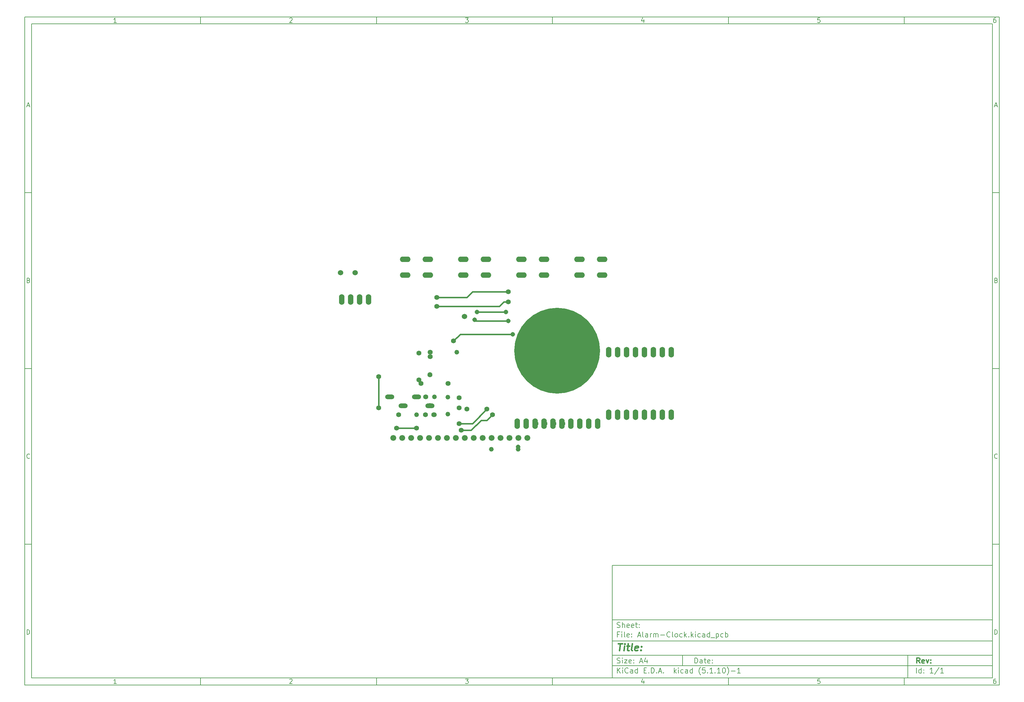
<source format=gbr>
%TF.GenerationSoftware,KiCad,Pcbnew,(5.1.10)-1*%
%TF.CreationDate,2021-11-24T23:11:51+01:00*%
%TF.ProjectId,Alarm-Clock,416c6172-6d2d-4436-9c6f-636b2e6b6963,rev?*%
%TF.SameCoordinates,Original*%
%TF.FileFunction,Copper,L2,Bot*%
%TF.FilePolarity,Positive*%
%FSLAX46Y46*%
G04 Gerber Fmt 4.6, Leading zero omitted, Abs format (unit mm)*
G04 Created by KiCad (PCBNEW (5.1.10)-1) date 2021-11-24 23:11:51*
%MOMM*%
%LPD*%
G01*
G04 APERTURE LIST*
%ADD10C,0.100000*%
%ADD11C,0.150000*%
%ADD12C,0.300000*%
%ADD13C,0.400000*%
%TA.AperFunction,NonConductor*%
%ADD14C,0.406400*%
%TD*%
%TA.AperFunction,ComponentPad*%
%ADD15C,1.676400*%
%TD*%
%TA.AperFunction,ComponentPad*%
%ADD16C,1.320800*%
%TD*%
%TA.AperFunction,ComponentPad*%
%ADD17O,2.641600X1.320800*%
%TD*%
%TA.AperFunction,ComponentPad*%
%ADD18O,1.524000X3.048000*%
%TD*%
%TA.AperFunction,ComponentPad*%
%ADD19O,3.048000X1.524000*%
%TD*%
%TA.AperFunction,ComponentPad*%
%ADD20C,1.524000*%
%TD*%
%TA.AperFunction,ViaPad*%
%ADD21C,24.400000*%
%TD*%
%TA.AperFunction,ViaPad*%
%ADD22C,1.400000*%
%TD*%
%TA.AperFunction,ViaPad*%
%ADD23C,1.406400*%
%TD*%
%TA.AperFunction,ViaPad*%
%ADD24C,1.306400*%
%TD*%
%TA.AperFunction,Conductor*%
%ADD25C,0.400000*%
%TD*%
G04 APERTURE END LIST*
D10*
D11*
X177002200Y-166007200D02*
X177002200Y-198007200D01*
X285002200Y-198007200D01*
X285002200Y-166007200D01*
X177002200Y-166007200D01*
D10*
D11*
X10000000Y-10000000D02*
X10000000Y-200007200D01*
X287002200Y-200007200D01*
X287002200Y-10000000D01*
X10000000Y-10000000D01*
D10*
D11*
X12000000Y-12000000D02*
X12000000Y-198007200D01*
X285002200Y-198007200D01*
X285002200Y-12000000D01*
X12000000Y-12000000D01*
D10*
D11*
X60000000Y-12000000D02*
X60000000Y-10000000D01*
D10*
D11*
X110000000Y-12000000D02*
X110000000Y-10000000D01*
D10*
D11*
X160000000Y-12000000D02*
X160000000Y-10000000D01*
D10*
D11*
X210000000Y-12000000D02*
X210000000Y-10000000D01*
D10*
D11*
X260000000Y-12000000D02*
X260000000Y-10000000D01*
D10*
D11*
X36065476Y-11588095D02*
X35322619Y-11588095D01*
X35694047Y-11588095D02*
X35694047Y-10288095D01*
X35570238Y-10473809D01*
X35446428Y-10597619D01*
X35322619Y-10659523D01*
D10*
D11*
X85322619Y-10411904D02*
X85384523Y-10350000D01*
X85508333Y-10288095D01*
X85817857Y-10288095D01*
X85941666Y-10350000D01*
X86003571Y-10411904D01*
X86065476Y-10535714D01*
X86065476Y-10659523D01*
X86003571Y-10845238D01*
X85260714Y-11588095D01*
X86065476Y-11588095D01*
D10*
D11*
X135260714Y-10288095D02*
X136065476Y-10288095D01*
X135632142Y-10783333D01*
X135817857Y-10783333D01*
X135941666Y-10845238D01*
X136003571Y-10907142D01*
X136065476Y-11030952D01*
X136065476Y-11340476D01*
X136003571Y-11464285D01*
X135941666Y-11526190D01*
X135817857Y-11588095D01*
X135446428Y-11588095D01*
X135322619Y-11526190D01*
X135260714Y-11464285D01*
D10*
D11*
X185941666Y-10721428D02*
X185941666Y-11588095D01*
X185632142Y-10226190D02*
X185322619Y-11154761D01*
X186127380Y-11154761D01*
D10*
D11*
X236003571Y-10288095D02*
X235384523Y-10288095D01*
X235322619Y-10907142D01*
X235384523Y-10845238D01*
X235508333Y-10783333D01*
X235817857Y-10783333D01*
X235941666Y-10845238D01*
X236003571Y-10907142D01*
X236065476Y-11030952D01*
X236065476Y-11340476D01*
X236003571Y-11464285D01*
X235941666Y-11526190D01*
X235817857Y-11588095D01*
X235508333Y-11588095D01*
X235384523Y-11526190D01*
X235322619Y-11464285D01*
D10*
D11*
X285941666Y-10288095D02*
X285694047Y-10288095D01*
X285570238Y-10350000D01*
X285508333Y-10411904D01*
X285384523Y-10597619D01*
X285322619Y-10845238D01*
X285322619Y-11340476D01*
X285384523Y-11464285D01*
X285446428Y-11526190D01*
X285570238Y-11588095D01*
X285817857Y-11588095D01*
X285941666Y-11526190D01*
X286003571Y-11464285D01*
X286065476Y-11340476D01*
X286065476Y-11030952D01*
X286003571Y-10907142D01*
X285941666Y-10845238D01*
X285817857Y-10783333D01*
X285570238Y-10783333D01*
X285446428Y-10845238D01*
X285384523Y-10907142D01*
X285322619Y-11030952D01*
D10*
D11*
X60000000Y-198007200D02*
X60000000Y-200007200D01*
D10*
D11*
X110000000Y-198007200D02*
X110000000Y-200007200D01*
D10*
D11*
X160000000Y-198007200D02*
X160000000Y-200007200D01*
D10*
D11*
X210000000Y-198007200D02*
X210000000Y-200007200D01*
D10*
D11*
X260000000Y-198007200D02*
X260000000Y-200007200D01*
D10*
D11*
X36065476Y-199595295D02*
X35322619Y-199595295D01*
X35694047Y-199595295D02*
X35694047Y-198295295D01*
X35570238Y-198481009D01*
X35446428Y-198604819D01*
X35322619Y-198666723D01*
D10*
D11*
X85322619Y-198419104D02*
X85384523Y-198357200D01*
X85508333Y-198295295D01*
X85817857Y-198295295D01*
X85941666Y-198357200D01*
X86003571Y-198419104D01*
X86065476Y-198542914D01*
X86065476Y-198666723D01*
X86003571Y-198852438D01*
X85260714Y-199595295D01*
X86065476Y-199595295D01*
D10*
D11*
X135260714Y-198295295D02*
X136065476Y-198295295D01*
X135632142Y-198790533D01*
X135817857Y-198790533D01*
X135941666Y-198852438D01*
X136003571Y-198914342D01*
X136065476Y-199038152D01*
X136065476Y-199347676D01*
X136003571Y-199471485D01*
X135941666Y-199533390D01*
X135817857Y-199595295D01*
X135446428Y-199595295D01*
X135322619Y-199533390D01*
X135260714Y-199471485D01*
D10*
D11*
X185941666Y-198728628D02*
X185941666Y-199595295D01*
X185632142Y-198233390D02*
X185322619Y-199161961D01*
X186127380Y-199161961D01*
D10*
D11*
X236003571Y-198295295D02*
X235384523Y-198295295D01*
X235322619Y-198914342D01*
X235384523Y-198852438D01*
X235508333Y-198790533D01*
X235817857Y-198790533D01*
X235941666Y-198852438D01*
X236003571Y-198914342D01*
X236065476Y-199038152D01*
X236065476Y-199347676D01*
X236003571Y-199471485D01*
X235941666Y-199533390D01*
X235817857Y-199595295D01*
X235508333Y-199595295D01*
X235384523Y-199533390D01*
X235322619Y-199471485D01*
D10*
D11*
X285941666Y-198295295D02*
X285694047Y-198295295D01*
X285570238Y-198357200D01*
X285508333Y-198419104D01*
X285384523Y-198604819D01*
X285322619Y-198852438D01*
X285322619Y-199347676D01*
X285384523Y-199471485D01*
X285446428Y-199533390D01*
X285570238Y-199595295D01*
X285817857Y-199595295D01*
X285941666Y-199533390D01*
X286003571Y-199471485D01*
X286065476Y-199347676D01*
X286065476Y-199038152D01*
X286003571Y-198914342D01*
X285941666Y-198852438D01*
X285817857Y-198790533D01*
X285570238Y-198790533D01*
X285446428Y-198852438D01*
X285384523Y-198914342D01*
X285322619Y-199038152D01*
D10*
D11*
X10000000Y-60000000D02*
X12000000Y-60000000D01*
D10*
D11*
X10000000Y-110000000D02*
X12000000Y-110000000D01*
D10*
D11*
X10000000Y-160000000D02*
X12000000Y-160000000D01*
D10*
D11*
X10690476Y-35216666D02*
X11309523Y-35216666D01*
X10566666Y-35588095D02*
X11000000Y-34288095D01*
X11433333Y-35588095D01*
D10*
D11*
X11092857Y-84907142D02*
X11278571Y-84969047D01*
X11340476Y-85030952D01*
X11402380Y-85154761D01*
X11402380Y-85340476D01*
X11340476Y-85464285D01*
X11278571Y-85526190D01*
X11154761Y-85588095D01*
X10659523Y-85588095D01*
X10659523Y-84288095D01*
X11092857Y-84288095D01*
X11216666Y-84350000D01*
X11278571Y-84411904D01*
X11340476Y-84535714D01*
X11340476Y-84659523D01*
X11278571Y-84783333D01*
X11216666Y-84845238D01*
X11092857Y-84907142D01*
X10659523Y-84907142D01*
D10*
D11*
X11402380Y-135464285D02*
X11340476Y-135526190D01*
X11154761Y-135588095D01*
X11030952Y-135588095D01*
X10845238Y-135526190D01*
X10721428Y-135402380D01*
X10659523Y-135278571D01*
X10597619Y-135030952D01*
X10597619Y-134845238D01*
X10659523Y-134597619D01*
X10721428Y-134473809D01*
X10845238Y-134350000D01*
X11030952Y-134288095D01*
X11154761Y-134288095D01*
X11340476Y-134350000D01*
X11402380Y-134411904D01*
D10*
D11*
X10659523Y-185588095D02*
X10659523Y-184288095D01*
X10969047Y-184288095D01*
X11154761Y-184350000D01*
X11278571Y-184473809D01*
X11340476Y-184597619D01*
X11402380Y-184845238D01*
X11402380Y-185030952D01*
X11340476Y-185278571D01*
X11278571Y-185402380D01*
X11154761Y-185526190D01*
X10969047Y-185588095D01*
X10659523Y-185588095D01*
D10*
D11*
X287002200Y-60000000D02*
X285002200Y-60000000D01*
D10*
D11*
X287002200Y-110000000D02*
X285002200Y-110000000D01*
D10*
D11*
X287002200Y-160000000D02*
X285002200Y-160000000D01*
D10*
D11*
X285692676Y-35216666D02*
X286311723Y-35216666D01*
X285568866Y-35588095D02*
X286002200Y-34288095D01*
X286435533Y-35588095D01*
D10*
D11*
X286095057Y-84907142D02*
X286280771Y-84969047D01*
X286342676Y-85030952D01*
X286404580Y-85154761D01*
X286404580Y-85340476D01*
X286342676Y-85464285D01*
X286280771Y-85526190D01*
X286156961Y-85588095D01*
X285661723Y-85588095D01*
X285661723Y-84288095D01*
X286095057Y-84288095D01*
X286218866Y-84350000D01*
X286280771Y-84411904D01*
X286342676Y-84535714D01*
X286342676Y-84659523D01*
X286280771Y-84783333D01*
X286218866Y-84845238D01*
X286095057Y-84907142D01*
X285661723Y-84907142D01*
D10*
D11*
X286404580Y-135464285D02*
X286342676Y-135526190D01*
X286156961Y-135588095D01*
X286033152Y-135588095D01*
X285847438Y-135526190D01*
X285723628Y-135402380D01*
X285661723Y-135278571D01*
X285599819Y-135030952D01*
X285599819Y-134845238D01*
X285661723Y-134597619D01*
X285723628Y-134473809D01*
X285847438Y-134350000D01*
X286033152Y-134288095D01*
X286156961Y-134288095D01*
X286342676Y-134350000D01*
X286404580Y-134411904D01*
D10*
D11*
X285661723Y-185588095D02*
X285661723Y-184288095D01*
X285971247Y-184288095D01*
X286156961Y-184350000D01*
X286280771Y-184473809D01*
X286342676Y-184597619D01*
X286404580Y-184845238D01*
X286404580Y-185030952D01*
X286342676Y-185278571D01*
X286280771Y-185402380D01*
X286156961Y-185526190D01*
X285971247Y-185588095D01*
X285661723Y-185588095D01*
D10*
D11*
X200434342Y-193785771D02*
X200434342Y-192285771D01*
X200791485Y-192285771D01*
X201005771Y-192357200D01*
X201148628Y-192500057D01*
X201220057Y-192642914D01*
X201291485Y-192928628D01*
X201291485Y-193142914D01*
X201220057Y-193428628D01*
X201148628Y-193571485D01*
X201005771Y-193714342D01*
X200791485Y-193785771D01*
X200434342Y-193785771D01*
X202577200Y-193785771D02*
X202577200Y-193000057D01*
X202505771Y-192857200D01*
X202362914Y-192785771D01*
X202077200Y-192785771D01*
X201934342Y-192857200D01*
X202577200Y-193714342D02*
X202434342Y-193785771D01*
X202077200Y-193785771D01*
X201934342Y-193714342D01*
X201862914Y-193571485D01*
X201862914Y-193428628D01*
X201934342Y-193285771D01*
X202077200Y-193214342D01*
X202434342Y-193214342D01*
X202577200Y-193142914D01*
X203077200Y-192785771D02*
X203648628Y-192785771D01*
X203291485Y-192285771D02*
X203291485Y-193571485D01*
X203362914Y-193714342D01*
X203505771Y-193785771D01*
X203648628Y-193785771D01*
X204720057Y-193714342D02*
X204577200Y-193785771D01*
X204291485Y-193785771D01*
X204148628Y-193714342D01*
X204077200Y-193571485D01*
X204077200Y-193000057D01*
X204148628Y-192857200D01*
X204291485Y-192785771D01*
X204577200Y-192785771D01*
X204720057Y-192857200D01*
X204791485Y-193000057D01*
X204791485Y-193142914D01*
X204077200Y-193285771D01*
X205434342Y-193642914D02*
X205505771Y-193714342D01*
X205434342Y-193785771D01*
X205362914Y-193714342D01*
X205434342Y-193642914D01*
X205434342Y-193785771D01*
X205434342Y-192857200D02*
X205505771Y-192928628D01*
X205434342Y-193000057D01*
X205362914Y-192928628D01*
X205434342Y-192857200D01*
X205434342Y-193000057D01*
D10*
D11*
X177002200Y-194507200D02*
X285002200Y-194507200D01*
D10*
D11*
X178434342Y-196585771D02*
X178434342Y-195085771D01*
X179291485Y-196585771D02*
X178648628Y-195728628D01*
X179291485Y-195085771D02*
X178434342Y-195942914D01*
X179934342Y-196585771D02*
X179934342Y-195585771D01*
X179934342Y-195085771D02*
X179862914Y-195157200D01*
X179934342Y-195228628D01*
X180005771Y-195157200D01*
X179934342Y-195085771D01*
X179934342Y-195228628D01*
X181505771Y-196442914D02*
X181434342Y-196514342D01*
X181220057Y-196585771D01*
X181077200Y-196585771D01*
X180862914Y-196514342D01*
X180720057Y-196371485D01*
X180648628Y-196228628D01*
X180577200Y-195942914D01*
X180577200Y-195728628D01*
X180648628Y-195442914D01*
X180720057Y-195300057D01*
X180862914Y-195157200D01*
X181077200Y-195085771D01*
X181220057Y-195085771D01*
X181434342Y-195157200D01*
X181505771Y-195228628D01*
X182791485Y-196585771D02*
X182791485Y-195800057D01*
X182720057Y-195657200D01*
X182577200Y-195585771D01*
X182291485Y-195585771D01*
X182148628Y-195657200D01*
X182791485Y-196514342D02*
X182648628Y-196585771D01*
X182291485Y-196585771D01*
X182148628Y-196514342D01*
X182077200Y-196371485D01*
X182077200Y-196228628D01*
X182148628Y-196085771D01*
X182291485Y-196014342D01*
X182648628Y-196014342D01*
X182791485Y-195942914D01*
X184148628Y-196585771D02*
X184148628Y-195085771D01*
X184148628Y-196514342D02*
X184005771Y-196585771D01*
X183720057Y-196585771D01*
X183577200Y-196514342D01*
X183505771Y-196442914D01*
X183434342Y-196300057D01*
X183434342Y-195871485D01*
X183505771Y-195728628D01*
X183577200Y-195657200D01*
X183720057Y-195585771D01*
X184005771Y-195585771D01*
X184148628Y-195657200D01*
X186005771Y-195800057D02*
X186505771Y-195800057D01*
X186720057Y-196585771D02*
X186005771Y-196585771D01*
X186005771Y-195085771D01*
X186720057Y-195085771D01*
X187362914Y-196442914D02*
X187434342Y-196514342D01*
X187362914Y-196585771D01*
X187291485Y-196514342D01*
X187362914Y-196442914D01*
X187362914Y-196585771D01*
X188077200Y-196585771D02*
X188077200Y-195085771D01*
X188434342Y-195085771D01*
X188648628Y-195157200D01*
X188791485Y-195300057D01*
X188862914Y-195442914D01*
X188934342Y-195728628D01*
X188934342Y-195942914D01*
X188862914Y-196228628D01*
X188791485Y-196371485D01*
X188648628Y-196514342D01*
X188434342Y-196585771D01*
X188077200Y-196585771D01*
X189577200Y-196442914D02*
X189648628Y-196514342D01*
X189577200Y-196585771D01*
X189505771Y-196514342D01*
X189577200Y-196442914D01*
X189577200Y-196585771D01*
X190220057Y-196157200D02*
X190934342Y-196157200D01*
X190077200Y-196585771D02*
X190577200Y-195085771D01*
X191077200Y-196585771D01*
X191577200Y-196442914D02*
X191648628Y-196514342D01*
X191577200Y-196585771D01*
X191505771Y-196514342D01*
X191577200Y-196442914D01*
X191577200Y-196585771D01*
X194577200Y-196585771D02*
X194577200Y-195085771D01*
X194720057Y-196014342D02*
X195148628Y-196585771D01*
X195148628Y-195585771D02*
X194577200Y-196157200D01*
X195791485Y-196585771D02*
X195791485Y-195585771D01*
X195791485Y-195085771D02*
X195720057Y-195157200D01*
X195791485Y-195228628D01*
X195862914Y-195157200D01*
X195791485Y-195085771D01*
X195791485Y-195228628D01*
X197148628Y-196514342D02*
X197005771Y-196585771D01*
X196720057Y-196585771D01*
X196577200Y-196514342D01*
X196505771Y-196442914D01*
X196434342Y-196300057D01*
X196434342Y-195871485D01*
X196505771Y-195728628D01*
X196577200Y-195657200D01*
X196720057Y-195585771D01*
X197005771Y-195585771D01*
X197148628Y-195657200D01*
X198434342Y-196585771D02*
X198434342Y-195800057D01*
X198362914Y-195657200D01*
X198220057Y-195585771D01*
X197934342Y-195585771D01*
X197791485Y-195657200D01*
X198434342Y-196514342D02*
X198291485Y-196585771D01*
X197934342Y-196585771D01*
X197791485Y-196514342D01*
X197720057Y-196371485D01*
X197720057Y-196228628D01*
X197791485Y-196085771D01*
X197934342Y-196014342D01*
X198291485Y-196014342D01*
X198434342Y-195942914D01*
X199791485Y-196585771D02*
X199791485Y-195085771D01*
X199791485Y-196514342D02*
X199648628Y-196585771D01*
X199362914Y-196585771D01*
X199220057Y-196514342D01*
X199148628Y-196442914D01*
X199077200Y-196300057D01*
X199077200Y-195871485D01*
X199148628Y-195728628D01*
X199220057Y-195657200D01*
X199362914Y-195585771D01*
X199648628Y-195585771D01*
X199791485Y-195657200D01*
X202077200Y-197157200D02*
X202005771Y-197085771D01*
X201862914Y-196871485D01*
X201791485Y-196728628D01*
X201720057Y-196514342D01*
X201648628Y-196157200D01*
X201648628Y-195871485D01*
X201720057Y-195514342D01*
X201791485Y-195300057D01*
X201862914Y-195157200D01*
X202005771Y-194942914D01*
X202077200Y-194871485D01*
X203362914Y-195085771D02*
X202648628Y-195085771D01*
X202577200Y-195800057D01*
X202648628Y-195728628D01*
X202791485Y-195657200D01*
X203148628Y-195657200D01*
X203291485Y-195728628D01*
X203362914Y-195800057D01*
X203434342Y-195942914D01*
X203434342Y-196300057D01*
X203362914Y-196442914D01*
X203291485Y-196514342D01*
X203148628Y-196585771D01*
X202791485Y-196585771D01*
X202648628Y-196514342D01*
X202577200Y-196442914D01*
X204077200Y-196442914D02*
X204148628Y-196514342D01*
X204077200Y-196585771D01*
X204005771Y-196514342D01*
X204077200Y-196442914D01*
X204077200Y-196585771D01*
X205577200Y-196585771D02*
X204720057Y-196585771D01*
X205148628Y-196585771D02*
X205148628Y-195085771D01*
X205005771Y-195300057D01*
X204862914Y-195442914D01*
X204720057Y-195514342D01*
X206220057Y-196442914D02*
X206291485Y-196514342D01*
X206220057Y-196585771D01*
X206148628Y-196514342D01*
X206220057Y-196442914D01*
X206220057Y-196585771D01*
X207720057Y-196585771D02*
X206862914Y-196585771D01*
X207291485Y-196585771D02*
X207291485Y-195085771D01*
X207148628Y-195300057D01*
X207005771Y-195442914D01*
X206862914Y-195514342D01*
X208648628Y-195085771D02*
X208791485Y-195085771D01*
X208934342Y-195157200D01*
X209005771Y-195228628D01*
X209077200Y-195371485D01*
X209148628Y-195657200D01*
X209148628Y-196014342D01*
X209077200Y-196300057D01*
X209005771Y-196442914D01*
X208934342Y-196514342D01*
X208791485Y-196585771D01*
X208648628Y-196585771D01*
X208505771Y-196514342D01*
X208434342Y-196442914D01*
X208362914Y-196300057D01*
X208291485Y-196014342D01*
X208291485Y-195657200D01*
X208362914Y-195371485D01*
X208434342Y-195228628D01*
X208505771Y-195157200D01*
X208648628Y-195085771D01*
X209648628Y-197157200D02*
X209720057Y-197085771D01*
X209862914Y-196871485D01*
X209934342Y-196728628D01*
X210005771Y-196514342D01*
X210077200Y-196157200D01*
X210077200Y-195871485D01*
X210005771Y-195514342D01*
X209934342Y-195300057D01*
X209862914Y-195157200D01*
X209720057Y-194942914D01*
X209648628Y-194871485D01*
X210791485Y-196014342D02*
X211934342Y-196014342D01*
X213434342Y-196585771D02*
X212577200Y-196585771D01*
X213005771Y-196585771D02*
X213005771Y-195085771D01*
X212862914Y-195300057D01*
X212720057Y-195442914D01*
X212577200Y-195514342D01*
D10*
D11*
X177002200Y-191507200D02*
X285002200Y-191507200D01*
D10*
D12*
X264411485Y-193785771D02*
X263911485Y-193071485D01*
X263554342Y-193785771D02*
X263554342Y-192285771D01*
X264125771Y-192285771D01*
X264268628Y-192357200D01*
X264340057Y-192428628D01*
X264411485Y-192571485D01*
X264411485Y-192785771D01*
X264340057Y-192928628D01*
X264268628Y-193000057D01*
X264125771Y-193071485D01*
X263554342Y-193071485D01*
X265625771Y-193714342D02*
X265482914Y-193785771D01*
X265197200Y-193785771D01*
X265054342Y-193714342D01*
X264982914Y-193571485D01*
X264982914Y-193000057D01*
X265054342Y-192857200D01*
X265197200Y-192785771D01*
X265482914Y-192785771D01*
X265625771Y-192857200D01*
X265697200Y-193000057D01*
X265697200Y-193142914D01*
X264982914Y-193285771D01*
X266197200Y-192785771D02*
X266554342Y-193785771D01*
X266911485Y-192785771D01*
X267482914Y-193642914D02*
X267554342Y-193714342D01*
X267482914Y-193785771D01*
X267411485Y-193714342D01*
X267482914Y-193642914D01*
X267482914Y-193785771D01*
X267482914Y-192857200D02*
X267554342Y-192928628D01*
X267482914Y-193000057D01*
X267411485Y-192928628D01*
X267482914Y-192857200D01*
X267482914Y-193000057D01*
D10*
D11*
X178362914Y-193714342D02*
X178577200Y-193785771D01*
X178934342Y-193785771D01*
X179077200Y-193714342D01*
X179148628Y-193642914D01*
X179220057Y-193500057D01*
X179220057Y-193357200D01*
X179148628Y-193214342D01*
X179077200Y-193142914D01*
X178934342Y-193071485D01*
X178648628Y-193000057D01*
X178505771Y-192928628D01*
X178434342Y-192857200D01*
X178362914Y-192714342D01*
X178362914Y-192571485D01*
X178434342Y-192428628D01*
X178505771Y-192357200D01*
X178648628Y-192285771D01*
X179005771Y-192285771D01*
X179220057Y-192357200D01*
X179862914Y-193785771D02*
X179862914Y-192785771D01*
X179862914Y-192285771D02*
X179791485Y-192357200D01*
X179862914Y-192428628D01*
X179934342Y-192357200D01*
X179862914Y-192285771D01*
X179862914Y-192428628D01*
X180434342Y-192785771D02*
X181220057Y-192785771D01*
X180434342Y-193785771D01*
X181220057Y-193785771D01*
X182362914Y-193714342D02*
X182220057Y-193785771D01*
X181934342Y-193785771D01*
X181791485Y-193714342D01*
X181720057Y-193571485D01*
X181720057Y-193000057D01*
X181791485Y-192857200D01*
X181934342Y-192785771D01*
X182220057Y-192785771D01*
X182362914Y-192857200D01*
X182434342Y-193000057D01*
X182434342Y-193142914D01*
X181720057Y-193285771D01*
X183077200Y-193642914D02*
X183148628Y-193714342D01*
X183077200Y-193785771D01*
X183005771Y-193714342D01*
X183077200Y-193642914D01*
X183077200Y-193785771D01*
X183077200Y-192857200D02*
X183148628Y-192928628D01*
X183077200Y-193000057D01*
X183005771Y-192928628D01*
X183077200Y-192857200D01*
X183077200Y-193000057D01*
X184862914Y-193357200D02*
X185577200Y-193357200D01*
X184720057Y-193785771D02*
X185220057Y-192285771D01*
X185720057Y-193785771D01*
X186862914Y-192785771D02*
X186862914Y-193785771D01*
X186505771Y-192214342D02*
X186148628Y-193285771D01*
X187077200Y-193285771D01*
D10*
D11*
X263434342Y-196585771D02*
X263434342Y-195085771D01*
X264791485Y-196585771D02*
X264791485Y-195085771D01*
X264791485Y-196514342D02*
X264648628Y-196585771D01*
X264362914Y-196585771D01*
X264220057Y-196514342D01*
X264148628Y-196442914D01*
X264077200Y-196300057D01*
X264077200Y-195871485D01*
X264148628Y-195728628D01*
X264220057Y-195657200D01*
X264362914Y-195585771D01*
X264648628Y-195585771D01*
X264791485Y-195657200D01*
X265505771Y-196442914D02*
X265577200Y-196514342D01*
X265505771Y-196585771D01*
X265434342Y-196514342D01*
X265505771Y-196442914D01*
X265505771Y-196585771D01*
X265505771Y-195657200D02*
X265577200Y-195728628D01*
X265505771Y-195800057D01*
X265434342Y-195728628D01*
X265505771Y-195657200D01*
X265505771Y-195800057D01*
X268148628Y-196585771D02*
X267291485Y-196585771D01*
X267720057Y-196585771D02*
X267720057Y-195085771D01*
X267577200Y-195300057D01*
X267434342Y-195442914D01*
X267291485Y-195514342D01*
X269862914Y-195014342D02*
X268577200Y-196942914D01*
X271148628Y-196585771D02*
X270291485Y-196585771D01*
X270720057Y-196585771D02*
X270720057Y-195085771D01*
X270577200Y-195300057D01*
X270434342Y-195442914D01*
X270291485Y-195514342D01*
D10*
D11*
X177002200Y-187507200D02*
X285002200Y-187507200D01*
D10*
D13*
X178714580Y-188211961D02*
X179857438Y-188211961D01*
X179036009Y-190211961D02*
X179286009Y-188211961D01*
X180274104Y-190211961D02*
X180440771Y-188878628D01*
X180524104Y-188211961D02*
X180416961Y-188307200D01*
X180500295Y-188402438D01*
X180607438Y-188307200D01*
X180524104Y-188211961D01*
X180500295Y-188402438D01*
X181107438Y-188878628D02*
X181869342Y-188878628D01*
X181476485Y-188211961D02*
X181262200Y-189926247D01*
X181333628Y-190116723D01*
X181512200Y-190211961D01*
X181702676Y-190211961D01*
X182655057Y-190211961D02*
X182476485Y-190116723D01*
X182405057Y-189926247D01*
X182619342Y-188211961D01*
X184190771Y-190116723D02*
X183988390Y-190211961D01*
X183607438Y-190211961D01*
X183428866Y-190116723D01*
X183357438Y-189926247D01*
X183452676Y-189164342D01*
X183571723Y-188973866D01*
X183774104Y-188878628D01*
X184155057Y-188878628D01*
X184333628Y-188973866D01*
X184405057Y-189164342D01*
X184381247Y-189354819D01*
X183405057Y-189545295D01*
X185155057Y-190021485D02*
X185238390Y-190116723D01*
X185131247Y-190211961D01*
X185047914Y-190116723D01*
X185155057Y-190021485D01*
X185131247Y-190211961D01*
X185286009Y-188973866D02*
X185369342Y-189069104D01*
X185262200Y-189164342D01*
X185178866Y-189069104D01*
X185286009Y-188973866D01*
X185262200Y-189164342D01*
D10*
D11*
X178934342Y-185600057D02*
X178434342Y-185600057D01*
X178434342Y-186385771D02*
X178434342Y-184885771D01*
X179148628Y-184885771D01*
X179720057Y-186385771D02*
X179720057Y-185385771D01*
X179720057Y-184885771D02*
X179648628Y-184957200D01*
X179720057Y-185028628D01*
X179791485Y-184957200D01*
X179720057Y-184885771D01*
X179720057Y-185028628D01*
X180648628Y-186385771D02*
X180505771Y-186314342D01*
X180434342Y-186171485D01*
X180434342Y-184885771D01*
X181791485Y-186314342D02*
X181648628Y-186385771D01*
X181362914Y-186385771D01*
X181220057Y-186314342D01*
X181148628Y-186171485D01*
X181148628Y-185600057D01*
X181220057Y-185457200D01*
X181362914Y-185385771D01*
X181648628Y-185385771D01*
X181791485Y-185457200D01*
X181862914Y-185600057D01*
X181862914Y-185742914D01*
X181148628Y-185885771D01*
X182505771Y-186242914D02*
X182577200Y-186314342D01*
X182505771Y-186385771D01*
X182434342Y-186314342D01*
X182505771Y-186242914D01*
X182505771Y-186385771D01*
X182505771Y-185457200D02*
X182577200Y-185528628D01*
X182505771Y-185600057D01*
X182434342Y-185528628D01*
X182505771Y-185457200D01*
X182505771Y-185600057D01*
X184291485Y-185957200D02*
X185005771Y-185957200D01*
X184148628Y-186385771D02*
X184648628Y-184885771D01*
X185148628Y-186385771D01*
X185862914Y-186385771D02*
X185720057Y-186314342D01*
X185648628Y-186171485D01*
X185648628Y-184885771D01*
X187077200Y-186385771D02*
X187077200Y-185600057D01*
X187005771Y-185457200D01*
X186862914Y-185385771D01*
X186577200Y-185385771D01*
X186434342Y-185457200D01*
X187077200Y-186314342D02*
X186934342Y-186385771D01*
X186577200Y-186385771D01*
X186434342Y-186314342D01*
X186362914Y-186171485D01*
X186362914Y-186028628D01*
X186434342Y-185885771D01*
X186577200Y-185814342D01*
X186934342Y-185814342D01*
X187077200Y-185742914D01*
X187791485Y-186385771D02*
X187791485Y-185385771D01*
X187791485Y-185671485D02*
X187862914Y-185528628D01*
X187934342Y-185457200D01*
X188077200Y-185385771D01*
X188220057Y-185385771D01*
X188720057Y-186385771D02*
X188720057Y-185385771D01*
X188720057Y-185528628D02*
X188791485Y-185457200D01*
X188934342Y-185385771D01*
X189148628Y-185385771D01*
X189291485Y-185457200D01*
X189362914Y-185600057D01*
X189362914Y-186385771D01*
X189362914Y-185600057D02*
X189434342Y-185457200D01*
X189577200Y-185385771D01*
X189791485Y-185385771D01*
X189934342Y-185457200D01*
X190005771Y-185600057D01*
X190005771Y-186385771D01*
X190720057Y-185814342D02*
X191862914Y-185814342D01*
X193434342Y-186242914D02*
X193362914Y-186314342D01*
X193148628Y-186385771D01*
X193005771Y-186385771D01*
X192791485Y-186314342D01*
X192648628Y-186171485D01*
X192577200Y-186028628D01*
X192505771Y-185742914D01*
X192505771Y-185528628D01*
X192577200Y-185242914D01*
X192648628Y-185100057D01*
X192791485Y-184957200D01*
X193005771Y-184885771D01*
X193148628Y-184885771D01*
X193362914Y-184957200D01*
X193434342Y-185028628D01*
X194291485Y-186385771D02*
X194148628Y-186314342D01*
X194077200Y-186171485D01*
X194077200Y-184885771D01*
X195077200Y-186385771D02*
X194934342Y-186314342D01*
X194862914Y-186242914D01*
X194791485Y-186100057D01*
X194791485Y-185671485D01*
X194862914Y-185528628D01*
X194934342Y-185457200D01*
X195077200Y-185385771D01*
X195291485Y-185385771D01*
X195434342Y-185457200D01*
X195505771Y-185528628D01*
X195577200Y-185671485D01*
X195577200Y-186100057D01*
X195505771Y-186242914D01*
X195434342Y-186314342D01*
X195291485Y-186385771D01*
X195077200Y-186385771D01*
X196862914Y-186314342D02*
X196720057Y-186385771D01*
X196434342Y-186385771D01*
X196291485Y-186314342D01*
X196220057Y-186242914D01*
X196148628Y-186100057D01*
X196148628Y-185671485D01*
X196220057Y-185528628D01*
X196291485Y-185457200D01*
X196434342Y-185385771D01*
X196720057Y-185385771D01*
X196862914Y-185457200D01*
X197505771Y-186385771D02*
X197505771Y-184885771D01*
X197648628Y-185814342D02*
X198077200Y-186385771D01*
X198077200Y-185385771D02*
X197505771Y-185957200D01*
X198720057Y-186242914D02*
X198791485Y-186314342D01*
X198720057Y-186385771D01*
X198648628Y-186314342D01*
X198720057Y-186242914D01*
X198720057Y-186385771D01*
X199434342Y-186385771D02*
X199434342Y-184885771D01*
X199577200Y-185814342D02*
X200005771Y-186385771D01*
X200005771Y-185385771D02*
X199434342Y-185957200D01*
X200648628Y-186385771D02*
X200648628Y-185385771D01*
X200648628Y-184885771D02*
X200577200Y-184957200D01*
X200648628Y-185028628D01*
X200720057Y-184957200D01*
X200648628Y-184885771D01*
X200648628Y-185028628D01*
X202005771Y-186314342D02*
X201862914Y-186385771D01*
X201577200Y-186385771D01*
X201434342Y-186314342D01*
X201362914Y-186242914D01*
X201291485Y-186100057D01*
X201291485Y-185671485D01*
X201362914Y-185528628D01*
X201434342Y-185457200D01*
X201577200Y-185385771D01*
X201862914Y-185385771D01*
X202005771Y-185457200D01*
X203291485Y-186385771D02*
X203291485Y-185600057D01*
X203220057Y-185457200D01*
X203077200Y-185385771D01*
X202791485Y-185385771D01*
X202648628Y-185457200D01*
X203291485Y-186314342D02*
X203148628Y-186385771D01*
X202791485Y-186385771D01*
X202648628Y-186314342D01*
X202577200Y-186171485D01*
X202577200Y-186028628D01*
X202648628Y-185885771D01*
X202791485Y-185814342D01*
X203148628Y-185814342D01*
X203291485Y-185742914D01*
X204648628Y-186385771D02*
X204648628Y-184885771D01*
X204648628Y-186314342D02*
X204505771Y-186385771D01*
X204220057Y-186385771D01*
X204077200Y-186314342D01*
X204005771Y-186242914D01*
X203934342Y-186100057D01*
X203934342Y-185671485D01*
X204005771Y-185528628D01*
X204077200Y-185457200D01*
X204220057Y-185385771D01*
X204505771Y-185385771D01*
X204648628Y-185457200D01*
X205005771Y-186528628D02*
X206148628Y-186528628D01*
X206505771Y-185385771D02*
X206505771Y-186885771D01*
X206505771Y-185457200D02*
X206648628Y-185385771D01*
X206934342Y-185385771D01*
X207077200Y-185457200D01*
X207148628Y-185528628D01*
X207220057Y-185671485D01*
X207220057Y-186100057D01*
X207148628Y-186242914D01*
X207077200Y-186314342D01*
X206934342Y-186385771D01*
X206648628Y-186385771D01*
X206505771Y-186314342D01*
X208505771Y-186314342D02*
X208362914Y-186385771D01*
X208077200Y-186385771D01*
X207934342Y-186314342D01*
X207862914Y-186242914D01*
X207791485Y-186100057D01*
X207791485Y-185671485D01*
X207862914Y-185528628D01*
X207934342Y-185457200D01*
X208077200Y-185385771D01*
X208362914Y-185385771D01*
X208505771Y-185457200D01*
X209148628Y-186385771D02*
X209148628Y-184885771D01*
X209148628Y-185457200D02*
X209291485Y-185385771D01*
X209577200Y-185385771D01*
X209720057Y-185457200D01*
X209791485Y-185528628D01*
X209862914Y-185671485D01*
X209862914Y-186100057D01*
X209791485Y-186242914D01*
X209720057Y-186314342D01*
X209577200Y-186385771D01*
X209291485Y-186385771D01*
X209148628Y-186314342D01*
D10*
D11*
X177002200Y-181507200D02*
X285002200Y-181507200D01*
D10*
D11*
X178362914Y-183614342D02*
X178577200Y-183685771D01*
X178934342Y-183685771D01*
X179077200Y-183614342D01*
X179148628Y-183542914D01*
X179220057Y-183400057D01*
X179220057Y-183257200D01*
X179148628Y-183114342D01*
X179077200Y-183042914D01*
X178934342Y-182971485D01*
X178648628Y-182900057D01*
X178505771Y-182828628D01*
X178434342Y-182757200D01*
X178362914Y-182614342D01*
X178362914Y-182471485D01*
X178434342Y-182328628D01*
X178505771Y-182257200D01*
X178648628Y-182185771D01*
X179005771Y-182185771D01*
X179220057Y-182257200D01*
X179862914Y-183685771D02*
X179862914Y-182185771D01*
X180505771Y-183685771D02*
X180505771Y-182900057D01*
X180434342Y-182757200D01*
X180291485Y-182685771D01*
X180077200Y-182685771D01*
X179934342Y-182757200D01*
X179862914Y-182828628D01*
X181791485Y-183614342D02*
X181648628Y-183685771D01*
X181362914Y-183685771D01*
X181220057Y-183614342D01*
X181148628Y-183471485D01*
X181148628Y-182900057D01*
X181220057Y-182757200D01*
X181362914Y-182685771D01*
X181648628Y-182685771D01*
X181791485Y-182757200D01*
X181862914Y-182900057D01*
X181862914Y-183042914D01*
X181148628Y-183185771D01*
X183077200Y-183614342D02*
X182934342Y-183685771D01*
X182648628Y-183685771D01*
X182505771Y-183614342D01*
X182434342Y-183471485D01*
X182434342Y-182900057D01*
X182505771Y-182757200D01*
X182648628Y-182685771D01*
X182934342Y-182685771D01*
X183077200Y-182757200D01*
X183148628Y-182900057D01*
X183148628Y-183042914D01*
X182434342Y-183185771D01*
X183577200Y-182685771D02*
X184148628Y-182685771D01*
X183791485Y-182185771D02*
X183791485Y-183471485D01*
X183862914Y-183614342D01*
X184005771Y-183685771D01*
X184148628Y-183685771D01*
X184648628Y-183542914D02*
X184720057Y-183614342D01*
X184648628Y-183685771D01*
X184577200Y-183614342D01*
X184648628Y-183542914D01*
X184648628Y-183685771D01*
X184648628Y-182757200D02*
X184720057Y-182828628D01*
X184648628Y-182900057D01*
X184577200Y-182828628D01*
X184648628Y-182757200D01*
X184648628Y-182900057D01*
D10*
D11*
X197002200Y-191507200D02*
X197002200Y-194507200D01*
D10*
D11*
X261002200Y-191507200D02*
X261002200Y-198007200D01*
D14*
X173023150Y-104998600D02*
G75*
G03*
X173023150Y-104998600I-11657050J0D01*
G01*
D15*
%TO.P,DIS1,16*%
%TO.N,Net-(C1-Pad2)*%
X152861100Y-129706100D03*
%TO.P,DIS1,15*%
%TO.N,Net-(DIS1-Pad15)*%
X150321100Y-129706100D03*
%TO.P,DIS1,14*%
%TO.N,Net-(DIS1-Pad14)*%
X147781100Y-129706100D03*
%TO.P,DIS1,13*%
%TO.N,Net-(DIS1-Pad13)*%
X145241100Y-129706100D03*
%TO.P,DIS1,12*%
%TO.N,Net-(DIS1-Pad12)*%
X142701100Y-129706100D03*
%TO.P,DIS1,11*%
%TO.N,Net-(DIS1-Pad11)*%
X140161100Y-129706100D03*
%TO.P,DIS1,10*%
%TO.N,Net-(DIS1-Pad10)*%
X137621100Y-129706100D03*
%TO.P,DIS1,9*%
%TO.N,Net-(DIS1-Pad9)*%
X135081100Y-129706100D03*
%TO.P,DIS1,8*%
%TO.N,Net-(DIS1-Pad8)*%
X132541100Y-129706100D03*
%TO.P,DIS1,7*%
%TO.N,Net-(DIS1-Pad7)*%
X130001100Y-129706100D03*
%TO.P,DIS1,6*%
%TO.N,Net-(DIS1-Pad6)*%
X127461100Y-129706100D03*
%TO.P,DIS1,5*%
%TO.N,Net-(C1-Pad2)*%
X124921100Y-129706100D03*
%TO.P,DIS1,4*%
%TO.N,Net-(DIS1-Pad4)*%
X122381100Y-129706100D03*
%TO.P,DIS1,3*%
%TO.N,Net-(DIS1-Pad3)*%
X119841100Y-129706100D03*
%TO.P,DIS1,2*%
%TO.N,Net-(D2-PadA)*%
X117301100Y-129706100D03*
%TO.P,DIS1,1*%
%TO.N,Net-(C1-Pad2)*%
X114761100Y-129706100D03*
%TD*%
D16*
%TO.P,Q1,2*%
%TO.N,Net-(C1-Pad1)*%
X130251100Y-118143100D03*
%TO.P,Q1,1*%
%TO.N,Net-(C2-Pad1)*%
X130251100Y-122969100D03*
%TD*%
%TO.P,R1,2*%
%TO.N,Net-(R1-Pad2)*%
X125171100Y-105316100D03*
%TO.P,R1,1*%
%TO.N,Net-(IC1-Pad32)*%
X132791100Y-105316100D03*
%TD*%
%TO.P,R2,2*%
%TO.N,Net-(R2-Pad2)*%
X121996100Y-113253600D03*
%TO.P,R2,1*%
%TO.N,Net-(IC1-Pad1)*%
X121996100Y-105633600D03*
%TD*%
%TO.P,R3,2*%
%TO.N,Net-(C1-Pad2)*%
X125171100Y-111666100D03*
%TO.P,R3,1*%
%TO.N,Net-(R1-Pad2)*%
X125171100Y-106586100D03*
%TD*%
%TO.P,R4,2*%
%TO.N,Net-(R2-Pad2)*%
X122631100Y-114206100D03*
%TO.P,R4,1*%
%TO.N,Net-(D1-PadC)*%
X130251100Y-114206100D03*
%TD*%
D17*
%TO.P,D1,A*%
%TO.N,Net-(D1-PadA)*%
X117551100Y-120556100D03*
%TO.P,D1,C*%
%TO.N,Net-(D1-PadC)*%
X125171100Y-120556100D03*
%TD*%
%TO.P,D2,A*%
%TO.N,Net-(D2-PadA)*%
X113741100Y-118016100D03*
%TO.P,D2,C*%
%TO.N,Net-(D1-PadA)*%
X121361100Y-118016100D03*
%TD*%
D16*
%TO.P,C1,2*%
%TO.N,Net-(C1-Pad2)*%
X123901100Y-123096100D03*
%TO.P,C1,1*%
%TO.N,Net-(C1-Pad1)*%
X126441100Y-123096100D03*
%TD*%
%TO.P,C2,2*%
%TO.N,Net-(C1-Pad2)*%
X123901100Y-118016100D03*
%TO.P,C2,1*%
%TO.N,Net-(C2-Pad1)*%
X126441100Y-118016100D03*
%TD*%
%TO.P,R5,2*%
%TO.N,Net-(D2-PadA)*%
X116281100Y-123096100D03*
%TO.P,R5,1*%
%TO.N,Net-(DIS1-Pad3)*%
X121361100Y-123096100D03*
%TD*%
D18*
%TO.P,JP1,8*%
%TO.N,Net-(JP1-Pad8)*%
X193751100Y-123096100D03*
%TO.P,JP1,7*%
%TO.N,Net-(JP1-Pad7)*%
X191211100Y-123096100D03*
%TO.P,JP1,6*%
%TO.N,Net-(JP1-Pad6)*%
X188671100Y-123096100D03*
%TO.P,JP1,5*%
%TO.N,Net-(JP1-Pad5)*%
X186131100Y-123096100D03*
%TO.P,JP1,4*%
%TO.N,Net-(JP1-Pad4)*%
X183591100Y-123096100D03*
%TO.P,JP1,3*%
%TO.N,Net-(JP1-Pad3)*%
X181051100Y-123096100D03*
%TO.P,JP1,2*%
%TO.N,Net-(JP1-Pad2)*%
X178511100Y-123096100D03*
%TO.P,JP1,1*%
%TO.N,Net-(IC1-Pad2)*%
X175971100Y-123096100D03*
%TD*%
%TO.P,JP2,8*%
%TO.N,Net-(JP2-Pad8)*%
X193751100Y-105316100D03*
%TO.P,JP2,7*%
%TO.N,Net-(C1-Pad2)*%
X191211100Y-105316100D03*
%TO.P,JP2,6*%
%TO.N,Net-(JP2-Pad6)*%
X188671100Y-105316100D03*
%TO.P,JP2,5*%
%TO.N,Net-(JP2-Pad5)*%
X186131100Y-105316100D03*
%TO.P,JP2,4*%
%TO.N,Net-(JP2-Pad4)*%
X183591100Y-105316100D03*
%TO.P,JP2,3*%
%TO.N,Net-(IC1-Pad30)*%
X181051100Y-105316100D03*
%TO.P,JP2,2*%
%TO.N,Net-(IC1-Pad31)*%
X178511100Y-105316100D03*
%TO.P,JP2,1*%
%TO.N,Net-(D2-PadA)*%
X175971100Y-105316100D03*
%TD*%
D19*
%TO.P,S1,4*%
%TO.N,Net-(IC1-Pad26)*%
X124612300Y-83446700D03*
%TO.P,S1,2*%
%TO.N,Net-(C1-Pad2)*%
X124612300Y-78925500D03*
%TO.P,S1,3*%
%TO.N,Net-(IC1-Pad26)*%
X118109900Y-83446700D03*
%TO.P,S1,1*%
%TO.N,Net-(C1-Pad2)*%
X118109900Y-78925500D03*
%TD*%
%TO.P,S2,4*%
%TO.N,Net-(IC1-Pad25)*%
X141122300Y-83446700D03*
%TO.P,S2,2*%
%TO.N,Net-(C1-Pad2)*%
X141122300Y-78925500D03*
%TO.P,S2,3*%
%TO.N,Net-(IC1-Pad25)*%
X134619900Y-83446700D03*
%TO.P,S2,1*%
%TO.N,Net-(C1-Pad2)*%
X134619900Y-78925500D03*
%TD*%
%TO.P,S3,4*%
%TO.N,Net-(IC1-Pad24)*%
X157632300Y-83446700D03*
%TO.P,S3,2*%
%TO.N,Net-(C1-Pad2)*%
X157632300Y-78925500D03*
%TO.P,S3,3*%
%TO.N,Net-(IC1-Pad24)*%
X151129900Y-83446700D03*
%TO.P,S3,1*%
%TO.N,Net-(C1-Pad2)*%
X151129900Y-78925500D03*
%TD*%
%TO.P,S4,4*%
%TO.N,Net-(IC1-Pad23)*%
X174142300Y-83446700D03*
%TO.P,S4,2*%
%TO.N,Net-(C1-Pad2)*%
X174142300Y-78925500D03*
%TO.P,S4,3*%
%TO.N,Net-(IC1-Pad23)*%
X167639900Y-83446700D03*
%TO.P,S4,1*%
%TO.N,Net-(C1-Pad2)*%
X167639900Y-78925500D03*
%TD*%
D18*
%TO.P,JP4,10*%
%TO.N,Net-(JP4-Pad10)*%
X172796100Y-125636100D03*
%TO.P,JP4,9*%
%TO.N,Net-(JP4-Pad9)*%
X170256100Y-125636100D03*
%TO.P,JP4,8*%
%TO.N,Net-(JP4-Pad8)*%
X167716100Y-125636100D03*
%TO.P,JP4,7*%
%TO.N,Net-(JP4-Pad7)*%
X165176100Y-125636100D03*
%TO.P,JP4,6*%
%TO.N,Net-(IC1-Pad28)*%
X162636100Y-125636100D03*
%TO.P,JP4,5*%
%TO.N,Net-(IC1-Pad27)*%
X160096100Y-125636100D03*
%TO.P,JP4,4*%
%TO.N,Net-(D2-PadA)*%
X157556100Y-125636100D03*
%TO.P,JP4,3*%
%TO.N,Net-(C1-Pad2)*%
X155016100Y-125636100D03*
%TO.P,JP4,2*%
%TO.N,Net-(JP4-Pad2)*%
X152476100Y-125636100D03*
%TO.P,JP4,1*%
%TO.N,Net-(JP4-Pad1)*%
X149936100Y-125636100D03*
%TD*%
D20*
%TO.P,JP7,1*%
%TO.N,Net-(IC1-Pad29)*%
X135013600Y-95156100D03*
%TD*%
D16*
%TO.P,R6,2*%
%TO.N,Net-(DIS1-Pad15)*%
X150253600Y-132938600D03*
%TO.P,R6,1*%
%TO.N,Net-(D2-PadA)*%
X142633600Y-132938600D03*
%TD*%
D20*
%TO.P,JP8,1*%
%TO.N,Net-(JP2-Pad4)*%
X103898600Y-82773600D03*
%TD*%
%TO.P,JP9,1*%
%TO.N,Net-(JP2-Pad5)*%
X107708600Y-90393600D03*
%TD*%
D18*
%TO.P,JP11,4*%
%TO.N,Net-(JP11-Pad4)*%
X107708600Y-90393600D03*
%TO.P,JP11,3*%
%TO.N,Net-(JP11-Pad3)*%
X105168600Y-90393600D03*
%TO.P,JP11,2*%
%TO.N,Net-(JP11-Pad2)*%
X102628600Y-90393600D03*
%TO.P,JP11,1*%
%TO.N,Net-(JP11-Pad1)*%
X100088600Y-90393600D03*
%TD*%
D20*
%TO.P,JP13,1*%
%TO.N,Net-(C1-Pad2)*%
X99771100Y-82773600D03*
%TD*%
D21*
%TO.N,*%
X161290000Y-104902000D03*
D22*
%TO.N,N$56*%
X135648600Y-121508600D03*
D23*
%TO.N,Net-(IC1-Pad31)*%
X178511100Y-104998600D03*
%TO.N,Net-(IC1-Pad30)*%
X181051100Y-104998600D03*
D24*
%TO.N,Net-(IC1-Pad28)*%
X137871100Y-96108600D03*
X147396100Y-96426100D03*
D23*
X162953600Y-125636100D03*
D24*
%TO.N,Net-(IC1-Pad27)*%
X138506100Y-93886100D03*
X146761100Y-93886100D03*
D23*
X160413600Y-125636100D03*
%TO.N,Net-(D1-PadC)*%
X125171100Y-120524350D03*
X130314600Y-114237850D03*
%TO.N,Net-(DIS1-Pad4)*%
X122313600Y-129763600D03*
D22*
X134061100Y-127541100D03*
X142951100Y-123096100D03*
D23*
%TO.N,Net-(DIS1-Pad6)*%
X127393600Y-129763600D03*
D22*
X133426100Y-125636100D03*
X141363600Y-121508600D03*
D23*
%TO.N,Net-(DIS1-Pad14)*%
X147713600Y-129763600D03*
%TO.N,Net-(DIS1-Pad13)*%
X145173600Y-129763600D03*
%TO.N,Net-(DIS1-Pad12)*%
X142633600Y-129763600D03*
%TO.N,Net-(DIS1-Pad11)*%
X140093600Y-129763600D03*
%TO.N,Net-(IC1-Pad10)*%
X133426100Y-121191100D03*
%TO.N,Net-(IC1-Pad9)*%
X133426100Y-118333600D03*
%TO.N,Net-(C1-Pad1)*%
X126250600Y-123159600D03*
%TO.N,Net-(C1-Pad2)*%
X191211100Y-104998600D03*
X114693600Y-129763600D03*
X124853600Y-129763600D03*
X152793600Y-129763600D03*
X155333600Y-125636100D03*
X123869350Y-123096100D03*
X125139350Y-111793100D03*
X123964600Y-118016100D03*
D22*
X110566100Y-112301100D03*
X110566100Y-121191100D03*
X121361100Y-126906100D03*
X115646100Y-126906100D03*
D24*
%TO.N,Net-(IC1-Pad2)*%
X148666100Y-100236100D03*
X131838600Y-102141100D03*
D23*
X175971100Y-122778600D03*
X131870350Y-102172850D03*
%TO.N,Net-(IC1-Pad1)*%
X122027850Y-105601850D03*
%TO.N,Net-(R1-Pad2)*%
X125234600Y-106649600D03*
X125234600Y-105316100D03*
%TO.N,Net-(R2-Pad2)*%
X121996100Y-113190100D03*
X122662850Y-114237850D03*
%TO.N,Net-(D1-PadA)*%
X117582850Y-120556100D03*
X121265850Y-118016100D03*
%TO.N,Net-(D2-PadA)*%
X117233600Y-129763600D03*
X157873600Y-125636100D03*
X175971100Y-104998600D03*
X116312850Y-123159600D03*
X113709350Y-118047850D03*
D24*
%TO.N,Net-(DIS1-Pad15)*%
X150253600Y-132303600D03*
D23*
X150253600Y-129763600D03*
%TO.N,Net-(DIS1-Pad3)*%
X119773600Y-129763600D03*
%TO.N,Net-(JP1-Pad7)*%
X191211100Y-122778600D03*
%TO.N,Net-(JP2-Pad5)*%
X147396100Y-91028600D03*
X186131100Y-104998600D03*
X127076100Y-92298600D03*
%TO.N,Net-(JP2-Pad4)*%
X147396100Y-88171100D03*
X183591100Y-104998600D03*
X127076100Y-89758600D03*
%TD*%
D25*
%TO.N,Net-(IC1-Pad28)*%
X138188600Y-96426100D02*
X137871100Y-96108600D01*
X147396100Y-96426100D02*
X138188600Y-96426100D01*
%TO.N,Net-(IC1-Pad27)*%
X146761100Y-93886100D02*
X138506100Y-93886100D01*
%TO.N,Net-(DIS1-Pad4)*%
X134061100Y-127541100D02*
X136872900Y-127541100D01*
X136872900Y-127541100D02*
X139700000Y-124714000D01*
X141333200Y-124714000D02*
X142951100Y-123096100D01*
X139700000Y-124714000D02*
X141333200Y-124714000D01*
%TO.N,Net-(DIS1-Pad6)*%
X137236100Y-125636100D02*
X141363600Y-121508600D01*
X133426100Y-125636100D02*
X137236100Y-125636100D01*
%TO.N,Net-(C1-Pad2)*%
X110566100Y-112301100D02*
X110566100Y-121191100D01*
X115646100Y-126906100D02*
X121361100Y-126906100D01*
%TO.N,Net-(IC1-Pad2)*%
X133807100Y-100236100D02*
X131870350Y-102172850D01*
X148666100Y-100236100D02*
X133807100Y-100236100D01*
%TO.N,Net-(JP2-Pad5)*%
X147396100Y-91028600D02*
X146207400Y-91028600D01*
X144937400Y-92298600D02*
X127076100Y-92298600D01*
X146207400Y-91028600D02*
X144937400Y-92298600D01*
%TO.N,Net-(JP2-Pad4)*%
X147396100Y-88171100D02*
X137253900Y-88171100D01*
X135666400Y-89758600D02*
X127076100Y-89758600D01*
X137253900Y-88171100D02*
X135666400Y-89758600D01*
%TD*%
M02*

</source>
